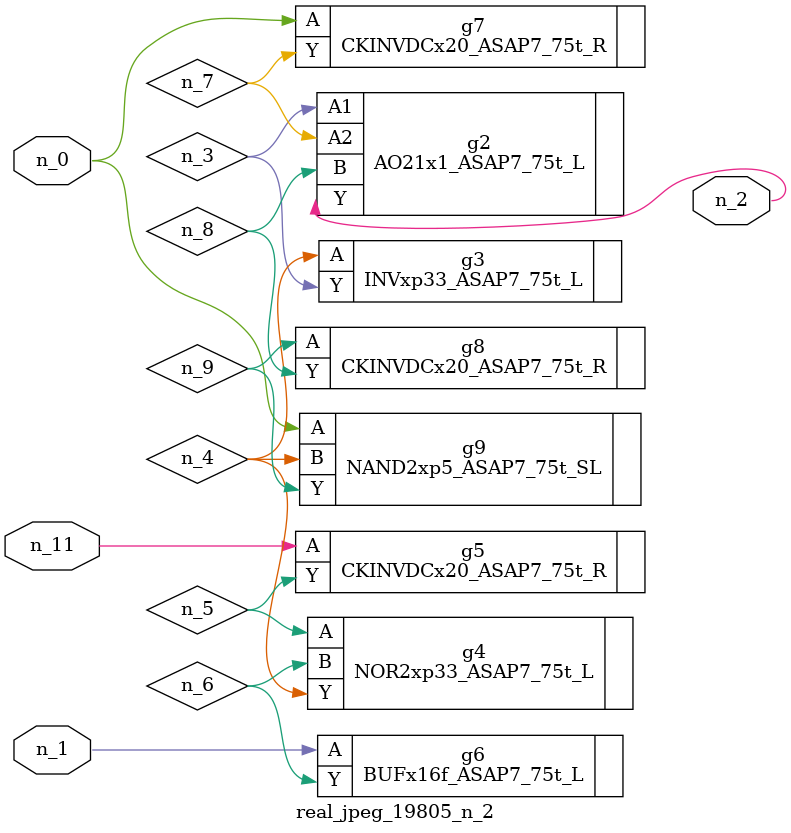
<source format=v>
module real_jpeg_19805_n_2 (n_1, n_11, n_0, n_2);

input n_1;
input n_11;
input n_0;

output n_2;

wire n_5;
wire n_4;
wire n_8;
wire n_6;
wire n_7;
wire n_3;
wire n_9;

CKINVDCx20_ASAP7_75t_R g7 ( 
.A(n_0),
.Y(n_7)
);

NAND2xp5_ASAP7_75t_SL g9 ( 
.A(n_0),
.B(n_4),
.Y(n_9)
);

BUFx16f_ASAP7_75t_L g6 ( 
.A(n_1),
.Y(n_6)
);

AO21x1_ASAP7_75t_L g2 ( 
.A1(n_3),
.A2(n_7),
.B(n_8),
.Y(n_2)
);

INVxp33_ASAP7_75t_L g3 ( 
.A(n_4),
.Y(n_3)
);

NOR2xp33_ASAP7_75t_L g4 ( 
.A(n_5),
.B(n_6),
.Y(n_4)
);

CKINVDCx20_ASAP7_75t_R g8 ( 
.A(n_9),
.Y(n_8)
);

CKINVDCx20_ASAP7_75t_R g5 ( 
.A(n_11),
.Y(n_5)
);


endmodule
</source>
